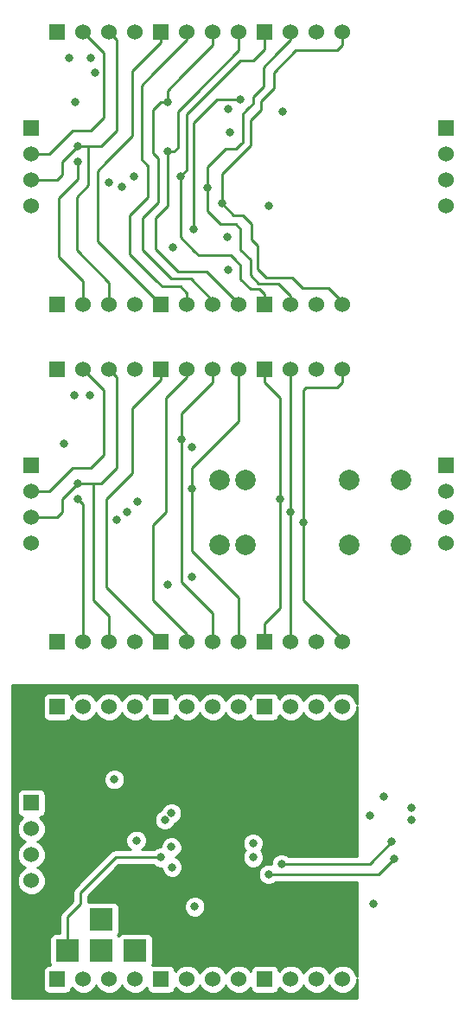
<source format=gbl>
G04 #@! TF.FileFunction,Copper,L4,Bot,Signal*
%FSLAX45Y45*%
G04 Gerber Fmt 4.5, Leading zero omitted, Abs format (unit mm)*
G04 Created by KiCad (PCBNEW (after 2015-may-25 BZR unknown)-product) date 15/07/2015 13:23:27*
%MOMM*%
G01*
G04 APERTURE LIST*
%ADD10C,0.150000*%
%ADD11R,1.524000X1.524000*%
%ADD12C,1.524000*%
%ADD13C,1.998980*%
%ADD14R,2.235200X2.235200*%
%ADD15C,0.800100*%
%ADD16C,0.254000*%
%ADD17C,0.508000*%
G04 APERTURE END LIST*
D10*
D11*
X22987000Y-5257800D03*
D12*
X22987000Y-5511800D03*
X22987000Y-5765800D03*
X22987000Y-6019800D03*
D11*
X21209000Y-4318000D03*
D12*
X21463000Y-4318000D03*
X21717000Y-4318000D03*
X21971000Y-4318000D03*
D11*
X20193000Y-4318000D03*
D12*
X20447000Y-4318000D03*
X20701000Y-4318000D03*
X20955000Y-4318000D03*
D11*
X19177000Y-4318000D03*
D12*
X19431000Y-4318000D03*
X19685000Y-4318000D03*
X19939000Y-4318000D03*
D11*
X21209000Y-6985000D03*
D12*
X21463000Y-6985000D03*
X21717000Y-6985000D03*
X21971000Y-6985000D03*
D11*
X20193000Y-6985000D03*
D12*
X20447000Y-6985000D03*
X20701000Y-6985000D03*
X20955000Y-6985000D03*
D11*
X19177000Y-6985000D03*
D12*
X19431000Y-6985000D03*
X19685000Y-6985000D03*
X19939000Y-6985000D03*
D11*
X18923000Y-5257800D03*
D12*
X18923000Y-5511800D03*
X18923000Y-5765800D03*
X18923000Y-6019800D03*
D11*
X22987000Y-8559800D03*
D12*
X22987000Y-8813800D03*
X22987000Y-9067800D03*
X22987000Y-9321800D03*
D11*
X21209000Y-7620000D03*
D12*
X21463000Y-7620000D03*
X21717000Y-7620000D03*
X21971000Y-7620000D03*
D11*
X20193000Y-7620000D03*
D12*
X20447000Y-7620000D03*
X20701000Y-7620000D03*
X20955000Y-7620000D03*
D11*
X19177000Y-7620000D03*
D12*
X19431000Y-7620000D03*
X19685000Y-7620000D03*
X19939000Y-7620000D03*
D11*
X21209000Y-10287000D03*
D12*
X21463000Y-10287000D03*
X21717000Y-10287000D03*
X21971000Y-10287000D03*
D11*
X20193000Y-10287000D03*
D12*
X20447000Y-10287000D03*
X20701000Y-10287000D03*
X20955000Y-10287000D03*
D11*
X19177000Y-10287000D03*
D12*
X19431000Y-10287000D03*
X19685000Y-10287000D03*
X19939000Y-10287000D03*
D11*
X18923000Y-8559800D03*
D12*
X18923000Y-8813800D03*
X18923000Y-9067800D03*
X18923000Y-9321800D03*
D13*
X20764500Y-8699500D03*
X21018500Y-8699500D03*
X22034500Y-8699500D03*
X22542500Y-8699500D03*
X20764500Y-9334500D03*
X21018500Y-9334500D03*
X22034500Y-9334500D03*
X22542500Y-9334500D03*
D11*
X21209000Y-10922000D03*
D12*
X21463000Y-10922000D03*
X21717000Y-10922000D03*
X21971000Y-10922000D03*
D11*
X20193000Y-10922000D03*
D12*
X20447000Y-10922000D03*
X20701000Y-10922000D03*
X20955000Y-10922000D03*
D11*
X19177000Y-10922000D03*
D12*
X19431000Y-10922000D03*
X19685000Y-10922000D03*
X19939000Y-10922000D03*
D11*
X21209000Y-13589000D03*
D12*
X21463000Y-13589000D03*
X21717000Y-13589000D03*
X21971000Y-13589000D03*
D11*
X20193000Y-13589000D03*
D12*
X20447000Y-13589000D03*
X20701000Y-13589000D03*
X20955000Y-13589000D03*
D11*
X19177000Y-13589000D03*
D12*
X19431000Y-13589000D03*
X19685000Y-13589000D03*
X19939000Y-13589000D03*
D11*
X18923000Y-11861800D03*
D12*
X18923000Y-12115800D03*
X18923000Y-12369800D03*
X18923000Y-12623800D03*
D14*
X19939000Y-13309600D03*
X19608800Y-13309600D03*
X19278600Y-13309600D03*
X19608800Y-13004800D03*
D15*
X21590000Y-9118600D03*
X19761200Y-9093200D03*
X19685000Y-5791200D03*
X20789900Y-5994400D03*
X19380200Y-8890000D03*
X19380200Y-5588000D03*
X19380200Y-8737600D03*
X19380200Y-5435600D03*
X21386800Y-5092700D03*
X20967700Y-4978400D03*
X20510500Y-6248400D03*
X21247100Y-6019800D03*
X20396200Y-8305800D03*
X20256500Y-5003800D03*
X20497800Y-8788400D03*
X20256500Y-5486400D03*
X19964400Y-8915400D03*
X21361400Y-8890000D03*
X19926300Y-5727700D03*
X20383500Y-5727700D03*
X19862800Y-9017000D03*
X21463000Y-9017000D03*
X20650200Y-5842000D03*
X19812000Y-5829300D03*
X20231100Y-12026900D03*
X20294600Y-11963400D03*
X19950950Y-12229350D03*
X22275800Y-12852400D03*
X21094700Y-12395200D03*
X21094700Y-12255500D03*
X19735800Y-11632000D03*
X20295350Y-12294350D03*
X20302050Y-12489350D03*
X22644100Y-12026900D03*
X22644100Y-11912600D03*
X22237700Y-11988800D03*
X22377400Y-11798300D03*
X19342100Y-7874000D03*
X19494500Y-7874000D03*
X20256500Y-9728200D03*
X19291300Y-4572000D03*
X20866100Y-5295900D03*
X20307300Y-6426200D03*
X20840700Y-6324600D03*
X19507200Y-4572000D03*
X19544100Y-4712900D03*
X20523200Y-12877800D03*
X19240500Y-8343900D03*
X20497800Y-9652000D03*
X20497800Y-8382000D03*
X20853400Y-5067300D03*
X20853400Y-6642100D03*
X19354800Y-5003800D03*
X22479000Y-12407900D03*
X21247100Y-12560300D03*
X22453600Y-12242800D03*
X21374100Y-12458700D03*
X20193000Y-12395200D03*
X19951700Y-12026900D03*
X20523200Y-13271500D03*
X20675600Y-13271500D03*
X20370800Y-13271500D03*
X21615400Y-11747500D03*
X21615400Y-11925300D03*
D16*
X21590000Y-9194800D02*
X21590000Y-9880600D01*
X21590000Y-9118600D02*
X21590000Y-9194800D01*
X21590000Y-9118600D02*
X21590000Y-8128000D01*
X21615400Y-7797800D02*
X21590000Y-7823200D01*
X21590000Y-7823200D02*
X21590000Y-8128000D01*
X21971000Y-10261600D02*
X21971000Y-10287000D01*
X21971000Y-7747000D02*
X21971000Y-7620000D01*
X21590000Y-9880600D02*
X21691600Y-9982200D01*
X21691600Y-9982200D02*
X21971000Y-10261600D01*
X21920200Y-7797800D02*
X21615400Y-7797800D01*
X21971000Y-7747000D02*
X21920200Y-7797800D01*
X21971000Y-6959600D02*
X21971000Y-6985000D01*
X21971000Y-6985000D02*
X21971000Y-6959600D01*
X21920200Y-4495800D02*
X21628100Y-4495800D01*
X21971000Y-4445000D02*
X21920200Y-4495800D01*
X21971000Y-4445000D02*
X21971000Y-4318000D01*
X20789900Y-5994400D02*
X20789900Y-5702300D01*
X20789900Y-5702300D02*
X21069300Y-5422900D01*
X20789900Y-5994400D02*
X20904200Y-6108700D01*
X20904200Y-6108700D02*
X20993100Y-6108700D01*
X21082000Y-6223000D02*
X21082000Y-6210300D01*
X21082000Y-6350000D02*
X21082000Y-6223000D01*
X21139150Y-6407150D02*
X21082000Y-6350000D01*
X21139150Y-6438900D02*
X21139150Y-6635750D01*
X21577300Y-6819900D02*
X21831300Y-6819900D01*
X21475700Y-6718300D02*
X21577300Y-6819900D01*
X21221700Y-6718300D02*
X21475700Y-6718300D01*
X21139150Y-6635750D02*
X21221700Y-6718300D01*
X21971000Y-6959600D02*
X21831300Y-6819900D01*
X21139150Y-6438900D02*
X21139150Y-6407150D01*
X21056600Y-6172200D02*
X21069300Y-6184900D01*
X20993100Y-6108700D02*
X21056600Y-6172200D01*
X21069300Y-6184900D02*
X21082000Y-6197600D01*
X21069300Y-6184900D02*
X21056600Y-6172200D01*
X21082000Y-6197600D02*
X21069300Y-6184900D01*
X21082000Y-6223000D02*
X21082000Y-6197600D01*
X21513800Y-4495800D02*
X21297900Y-4711700D01*
X21297900Y-4711700D02*
X21297900Y-4864100D01*
X21170900Y-5080000D02*
X21139150Y-5111750D01*
X21628100Y-4495800D02*
X21513800Y-4495800D01*
X21069300Y-5410200D02*
X21069300Y-5422900D01*
X21069300Y-5422900D02*
X21069300Y-5410200D01*
X21069300Y-5181600D02*
X21069300Y-5422900D01*
X21139150Y-5111750D02*
X21069300Y-5181600D01*
X21170900Y-5067300D02*
X21170900Y-5080000D01*
X21170900Y-5080000D02*
X21170900Y-5067300D01*
X21170900Y-4991100D02*
X21170900Y-5080000D01*
X21297900Y-4864100D02*
X21170900Y-4991100D01*
X19634200Y-8204200D02*
X19634200Y-7823200D01*
X19634200Y-8458200D02*
X19634200Y-8204200D01*
X19431000Y-10287000D02*
X19431000Y-8940800D01*
X19431000Y-8940800D02*
X19380200Y-8890000D01*
X19126200Y-8788400D02*
X19100800Y-8813800D01*
X19507200Y-8585200D02*
X19634200Y-8458200D01*
X19329400Y-8585200D02*
X19507200Y-8585200D01*
X19329400Y-8585200D02*
X19126200Y-8788400D01*
X19634200Y-7823200D02*
X19431000Y-7620000D01*
X19100800Y-8813800D02*
X18923000Y-8813800D01*
X19634200Y-5156200D02*
X19634200Y-4902200D01*
X19100800Y-5511800D02*
X18923000Y-5511800D01*
X19329400Y-5283200D02*
X19507200Y-5283200D01*
X19329400Y-5283200D02*
X19126200Y-5486400D01*
X19532600Y-4419600D02*
X19431000Y-4318000D01*
X19126200Y-5486400D02*
X19100800Y-5511800D01*
X19507200Y-5283200D02*
X19634200Y-5156200D01*
X19431000Y-6756400D02*
X19189700Y-6515100D01*
X19189700Y-6515100D02*
X19189700Y-5943600D01*
X19189700Y-5943600D02*
X19380200Y-5753100D01*
X19380200Y-5753100D02*
X19380200Y-5588000D01*
X19431000Y-6985000D02*
X19431000Y-6756400D01*
X19634200Y-4521200D02*
X19532600Y-4419600D01*
X19634200Y-4902200D02*
X19634200Y-4521200D01*
X19761200Y-8585200D02*
X19608800Y-8737600D01*
X19608800Y-8737600D02*
X19558000Y-8737600D01*
X19532600Y-8890000D02*
X19532600Y-8737600D01*
X19532600Y-8737600D02*
X19558000Y-8737600D01*
X19685000Y-10033000D02*
X19532600Y-9880600D01*
X19532600Y-9880600D02*
X19532600Y-8890000D01*
X19761200Y-8153400D02*
X19761200Y-7696200D01*
X19761200Y-8153400D02*
X19761200Y-8585200D01*
X19761200Y-7696200D02*
X19685000Y-7620000D01*
X19558000Y-8737600D02*
X19380200Y-8737600D01*
X19380200Y-8737600D02*
X19380200Y-8737600D01*
X19380200Y-8737600D02*
X19227800Y-8890000D01*
X19227800Y-8890000D02*
X19227800Y-9017000D01*
X19227800Y-9017000D02*
X19177000Y-9067800D01*
X19177000Y-9067800D02*
X18923000Y-9067800D01*
X19380200Y-8737600D02*
X19380200Y-8737600D01*
X19685000Y-10287000D02*
X19685000Y-10033000D01*
X19227800Y-5715000D02*
X19177000Y-5765800D01*
X19177000Y-5765800D02*
X18923000Y-5765800D01*
X19227800Y-5588000D02*
X19227800Y-5715000D01*
X19380200Y-5435600D02*
X19380200Y-5435600D01*
X19380200Y-5435600D02*
X19227800Y-5588000D01*
X19380200Y-5435600D02*
X19380200Y-5435600D01*
X19481800Y-5435600D02*
X19380200Y-5435600D01*
X19558000Y-5435600D02*
X19481800Y-5435600D01*
X19761200Y-4851400D02*
X19761200Y-5283200D01*
X19608800Y-5435600D02*
X19558000Y-5435600D01*
X19761200Y-5283200D02*
X19608800Y-5435600D01*
X19761200Y-4851400D02*
X19761200Y-4851400D01*
X19532600Y-5435600D02*
X19558000Y-5435600D01*
X19367500Y-6451600D02*
X19367500Y-5930900D01*
X19685000Y-6769100D02*
X19367500Y-6451600D01*
X19685000Y-6985000D02*
X19685000Y-6769100D01*
X19481800Y-5816600D02*
X19367500Y-5930900D01*
X19481800Y-5435600D02*
X19481800Y-5816600D01*
X19761200Y-4394200D02*
X19685000Y-4318000D01*
X19761200Y-4851400D02*
X19761200Y-4394200D01*
X20726400Y-4991100D02*
X20510500Y-5207000D01*
X20510500Y-6248400D02*
X20510500Y-5207000D01*
X20739100Y-4978400D02*
X20726400Y-4991100D01*
X20967700Y-4978400D02*
X20739100Y-4978400D01*
X19913600Y-8001000D02*
X19913600Y-8636000D01*
X19913600Y-8636000D02*
X19659600Y-8890000D01*
X19659600Y-8890000D02*
X19659600Y-9753600D01*
X20193000Y-7721600D02*
X19913600Y-8001000D01*
X19659600Y-9753600D02*
X20193000Y-10287000D01*
X20193000Y-7620000D02*
X20193000Y-7721600D01*
X20193000Y-4419600D02*
X19913600Y-4699000D01*
X19659600Y-6451600D02*
X20193000Y-6985000D01*
X19913600Y-4699000D02*
X19913600Y-5334000D01*
X20193000Y-4318000D02*
X20193000Y-4419600D01*
X19913600Y-5334000D02*
X19659600Y-5588000D01*
X19570700Y-5676900D02*
X19570700Y-6362700D01*
X19570700Y-6362700D02*
X19659600Y-6451600D01*
X19659600Y-5588000D02*
X19570700Y-5676900D01*
X20243800Y-9017000D02*
X20243800Y-7899400D01*
X20116800Y-9880600D02*
X20116800Y-9144000D01*
X20447000Y-10210800D02*
X20116800Y-9880600D01*
X20116800Y-9144000D02*
X20243800Y-9017000D01*
X20243800Y-7899400D02*
X20447000Y-7696200D01*
X20447000Y-7696200D02*
X20447000Y-7620000D01*
X20447000Y-10287000D02*
X20447000Y-10210800D01*
X20447000Y-4394200D02*
X20447000Y-4318000D01*
X20447000Y-6985000D02*
X20447000Y-6908800D01*
X20243800Y-4597400D02*
X20447000Y-4394200D01*
X20116800Y-4724400D02*
X20243800Y-4597400D01*
X20066000Y-5626100D02*
X20002500Y-5562600D01*
X20002500Y-5562600D02*
X20002500Y-4838700D01*
X20002500Y-4838700D02*
X20116800Y-4724400D01*
X19888200Y-6489700D02*
X20142200Y-6743700D01*
X19888200Y-6108700D02*
X19888200Y-6489700D01*
X20053300Y-5943600D02*
X19888200Y-6108700D01*
X20066000Y-5930900D02*
X20053300Y-5943600D01*
X20066000Y-5626100D02*
X20066000Y-5930900D01*
X20447000Y-6870700D02*
X20383500Y-6807200D01*
X20383500Y-6807200D02*
X20205700Y-6807200D01*
X20205700Y-6807200D02*
X20142200Y-6743700D01*
X20447000Y-6985000D02*
X20447000Y-6870700D01*
X20396200Y-9702800D02*
X20396200Y-8305800D01*
X20396200Y-8051800D02*
X20701000Y-7747000D01*
X20701000Y-7747000D02*
X20701000Y-7620000D01*
X20701000Y-10007600D02*
X20396200Y-9702800D01*
X20396200Y-8305800D02*
X20396200Y-8051800D01*
X20701000Y-10287000D02*
X20701000Y-10007600D01*
X20193000Y-5003800D02*
X20256500Y-5003800D01*
X20116800Y-5080000D02*
X20193000Y-5003800D01*
X20116800Y-5499100D02*
X20116800Y-5080000D01*
X20167600Y-5549900D02*
X20116800Y-5499100D01*
X20396200Y-4749800D02*
X20701000Y-4445000D01*
X20701000Y-4318000D02*
X20701000Y-4445000D01*
X20256500Y-4889500D02*
X20256500Y-5003800D01*
X20396200Y-4749800D02*
X20256500Y-4889500D01*
X20218400Y-6654800D02*
X20015200Y-6451600D01*
X20015200Y-6451600D02*
X20015200Y-6134100D01*
X20015200Y-6134100D02*
X20167600Y-5981700D01*
X20167600Y-5981700D02*
X20167600Y-5549900D01*
X20701000Y-6946900D02*
X20701000Y-6985000D01*
X20294600Y-6731000D02*
X20485100Y-6731000D01*
X20485100Y-6731000D02*
X20701000Y-6946900D01*
X20218400Y-6654800D02*
X20294600Y-6731000D01*
X20497800Y-8585200D02*
X20955000Y-8128000D01*
X20955000Y-9855200D02*
X20955000Y-10287000D01*
X20497800Y-9398000D02*
X20955000Y-9855200D01*
X20955000Y-8128000D02*
X20955000Y-7620000D01*
X20497800Y-8788400D02*
X20497800Y-9398000D01*
X20497800Y-8788400D02*
X20497800Y-8585200D01*
X20497800Y-8788400D02*
X20497800Y-8788400D01*
X20955000Y-6985000D02*
X20955000Y-6972300D01*
X20510500Y-4940300D02*
X20497800Y-4953000D01*
X20955000Y-4495800D02*
X20510500Y-4940300D01*
X20955000Y-4318000D02*
X20955000Y-4495800D01*
X20358100Y-5448300D02*
X20320000Y-5486400D01*
X20320000Y-5486400D02*
X20256500Y-5486400D01*
X20358100Y-5397500D02*
X20358100Y-5092700D01*
X20510500Y-4940300D02*
X20358100Y-5092700D01*
X20358100Y-5397500D02*
X20358100Y-5448300D01*
X20256500Y-5486400D02*
X20256500Y-6019800D01*
X20142200Y-6134100D02*
X20256500Y-6019800D01*
X20142200Y-6438900D02*
X20364450Y-6661150D01*
X20364450Y-6661150D02*
X20358100Y-6654800D01*
X20142200Y-6134100D02*
X20142200Y-6438900D01*
X20643850Y-6661150D02*
X20955000Y-6972300D01*
X20364450Y-6661150D02*
X20643850Y-6661150D01*
X21361400Y-9956800D02*
X21361400Y-8890000D01*
X21209000Y-7620000D02*
X21209000Y-7747000D01*
X21361400Y-7899400D02*
X21361400Y-8890000D01*
X21209000Y-10287000D02*
X21209000Y-10109200D01*
X21209000Y-10109200D02*
X21361400Y-9956800D01*
X21209000Y-7747000D02*
X21361400Y-7899400D01*
X21209000Y-4318000D02*
X21209000Y-4483100D01*
X21209000Y-6985000D02*
X21209000Y-6883400D01*
X20383500Y-5727700D02*
X20447000Y-5664200D01*
X20447000Y-5664200D02*
X20447000Y-5118100D01*
X20447000Y-5118100D02*
X20967700Y-4597400D01*
X20967700Y-4597400D02*
X21094700Y-4597400D01*
X21094700Y-4597400D02*
X21209000Y-4483100D01*
X20383500Y-6324600D02*
X20523200Y-6464300D01*
X20383500Y-5727700D02*
X20383500Y-6324600D01*
X20916900Y-6540500D02*
X20974050Y-6597650D01*
X20878800Y-6502400D02*
X20681950Y-6502400D01*
X20916900Y-6540500D02*
X20878800Y-6502400D01*
X20561300Y-6502400D02*
X20523200Y-6464300D01*
X20681950Y-6502400D02*
X20561300Y-6502400D01*
X20974050Y-6737350D02*
X21069300Y-6832600D01*
X21069300Y-6832600D02*
X21158200Y-6832600D01*
X21158200Y-6832600D02*
X21209000Y-6883400D01*
X20974050Y-6597650D02*
X20974050Y-6737350D01*
X21463000Y-10109200D02*
X21463000Y-9017000D01*
X21463000Y-8788400D02*
X21463000Y-9017000D01*
X21463000Y-8305800D02*
X21463000Y-8788400D01*
X21463000Y-7620000D02*
X21463000Y-8305800D01*
X21463000Y-10134600D02*
X21463000Y-10109200D01*
X21463000Y-10287000D02*
X21463000Y-10134600D01*
X21463000Y-4394200D02*
X21329650Y-4527550D01*
X21463000Y-4318000D02*
X21463000Y-4394200D01*
X20974050Y-6242050D02*
X20929600Y-6197600D01*
X20650200Y-5842000D02*
X20650200Y-6070600D01*
X20777200Y-6197600D02*
X20929600Y-6197600D01*
X20650200Y-6070600D02*
X20777200Y-6197600D01*
X20929600Y-5461000D02*
X20980400Y-5410200D01*
X20828000Y-5461000D02*
X20929600Y-5461000D01*
X20650200Y-5638800D02*
X20828000Y-5461000D01*
X20650200Y-5842000D02*
X20650200Y-5638800D01*
X21069300Y-6692900D02*
X21069300Y-6540500D01*
X21151850Y-6775450D02*
X21069300Y-6692900D01*
X21463000Y-6896100D02*
X21463000Y-6985000D01*
X21342350Y-6775450D02*
X21463000Y-6896100D01*
X21342350Y-6775450D02*
X21151850Y-6775450D01*
X20974050Y-6445250D02*
X21069300Y-6540500D01*
X20974050Y-6242050D02*
X20974050Y-6445250D01*
X21196300Y-4660900D02*
X21196300Y-4851400D01*
X21056600Y-5054600D02*
X21031200Y-5080000D01*
X21329650Y-4527550D02*
X21196300Y-4660900D01*
X20993100Y-5118100D02*
X20993100Y-5397500D01*
X20993100Y-5397500D02*
X20980400Y-5410200D01*
X21031200Y-5080000D02*
X20993100Y-5118100D01*
X21094700Y-4953000D02*
X21094700Y-5016500D01*
X21094700Y-5016500D02*
X21056600Y-5054600D01*
X21196300Y-4851400D02*
X21094700Y-4953000D01*
X19950950Y-12229350D02*
X19951700Y-12230100D01*
D17*
X19735800Y-11632000D02*
X19735800Y-11633200D01*
D16*
X20295350Y-12294350D02*
X20294600Y-12293600D01*
X20302050Y-12489350D02*
X20307300Y-12484100D01*
X19544100Y-4712900D02*
X19545300Y-4711700D01*
X22479000Y-12407900D02*
X22326600Y-12560300D01*
X22326600Y-12560300D02*
X21247100Y-12560300D01*
X22453600Y-12242800D02*
X22237700Y-12458700D01*
X22237700Y-12458700D02*
X21374100Y-12458700D01*
X21971000Y-13563600D02*
X21971000Y-13589000D01*
X19278600Y-13309600D02*
X19278600Y-12979400D01*
X19748500Y-12395200D02*
X20193000Y-12395200D01*
X19405600Y-12738100D02*
X19748500Y-12395200D01*
X19405600Y-12852400D02*
X19405600Y-12738100D01*
X19278600Y-12979400D02*
X19405600Y-12852400D01*
G36*
X22110700Y-13774547D02*
X18737453Y-13774547D01*
X18737453Y-10711053D01*
X19380200Y-10711053D01*
X22110700Y-10711053D01*
X22110700Y-10894275D01*
X22089501Y-10842970D01*
X22050237Y-10803637D01*
X21998910Y-10782324D01*
X21943334Y-10782276D01*
X21891970Y-10803499D01*
X21852637Y-10842763D01*
X21844005Y-10863551D01*
X21835501Y-10842970D01*
X21796237Y-10803637D01*
X21744910Y-10782324D01*
X21689334Y-10782276D01*
X21637970Y-10803499D01*
X21598637Y-10842763D01*
X21590005Y-10863551D01*
X21581501Y-10842970D01*
X21542237Y-10803637D01*
X21490910Y-10782324D01*
X21435334Y-10782276D01*
X21383970Y-10803499D01*
X21348589Y-10838818D01*
X21345246Y-10821588D01*
X21331267Y-10800307D01*
X21310164Y-10786062D01*
X21285200Y-10781056D01*
X21132800Y-10781056D01*
X21108588Y-10785754D01*
X21087307Y-10799733D01*
X21073062Y-10820836D01*
X21069440Y-10838901D01*
X21034237Y-10803637D01*
X20982910Y-10782324D01*
X20927334Y-10782276D01*
X20875970Y-10803499D01*
X20836637Y-10842763D01*
X20828005Y-10863551D01*
X20819501Y-10842970D01*
X20780237Y-10803637D01*
X20728910Y-10782324D01*
X20673334Y-10782276D01*
X20621970Y-10803499D01*
X20582637Y-10842763D01*
X20574005Y-10863551D01*
X20565501Y-10842970D01*
X20526237Y-10803637D01*
X20474910Y-10782324D01*
X20419334Y-10782276D01*
X20367970Y-10803499D01*
X20332589Y-10838818D01*
X20329246Y-10821588D01*
X20315267Y-10800307D01*
X20294164Y-10786062D01*
X20269200Y-10781056D01*
X20116800Y-10781056D01*
X20092588Y-10785754D01*
X20071307Y-10799733D01*
X20057062Y-10820836D01*
X20053440Y-10838901D01*
X20018237Y-10803637D01*
X19966910Y-10782324D01*
X19911334Y-10782276D01*
X19859970Y-10803499D01*
X19820637Y-10842763D01*
X19812005Y-10863551D01*
X19803501Y-10842970D01*
X19764237Y-10803637D01*
X19712910Y-10782324D01*
X19657334Y-10782276D01*
X19605970Y-10803499D01*
X19566637Y-10842763D01*
X19558005Y-10863551D01*
X19549501Y-10842970D01*
X19510237Y-10803637D01*
X19458910Y-10782324D01*
X19403334Y-10782276D01*
X19351970Y-10803499D01*
X19316589Y-10838818D01*
X19313246Y-10821588D01*
X19299267Y-10800307D01*
X19278164Y-10786062D01*
X19253200Y-10781056D01*
X19100800Y-10781056D01*
X19076588Y-10785754D01*
X19055307Y-10799733D01*
X19041062Y-10820836D01*
X19036056Y-10845800D01*
X19036056Y-10998200D01*
X19040754Y-11022412D01*
X19054733Y-11043693D01*
X19075836Y-11057938D01*
X19100800Y-11062944D01*
X19253200Y-11062944D01*
X19277412Y-11058246D01*
X19298693Y-11044267D01*
X19312938Y-11023164D01*
X19316560Y-11005099D01*
X19351763Y-11040363D01*
X19403090Y-11061676D01*
X19458666Y-11061724D01*
X19510030Y-11040501D01*
X19549363Y-11001237D01*
X19557995Y-10980449D01*
X19566499Y-11001030D01*
X19605763Y-11040363D01*
X19657090Y-11061676D01*
X19712666Y-11061724D01*
X19764030Y-11040501D01*
X19803363Y-11001237D01*
X19811995Y-10980449D01*
X19820499Y-11001030D01*
X19859763Y-11040363D01*
X19911090Y-11061676D01*
X19966666Y-11061724D01*
X20018030Y-11040501D01*
X20053411Y-11005182D01*
X20056754Y-11022412D01*
X20070733Y-11043693D01*
X20091836Y-11057938D01*
X20116800Y-11062944D01*
X20269200Y-11062944D01*
X20293412Y-11058246D01*
X20314693Y-11044267D01*
X20328938Y-11023164D01*
X20332560Y-11005099D01*
X20367763Y-11040363D01*
X20419090Y-11061676D01*
X20474666Y-11061724D01*
X20526030Y-11040501D01*
X20565363Y-11001237D01*
X20573995Y-10980449D01*
X20582499Y-11001030D01*
X20621763Y-11040363D01*
X20673090Y-11061676D01*
X20728666Y-11061724D01*
X20780030Y-11040501D01*
X20819363Y-11001237D01*
X20827995Y-10980449D01*
X20836499Y-11001030D01*
X20875763Y-11040363D01*
X20927090Y-11061676D01*
X20982666Y-11061724D01*
X21034030Y-11040501D01*
X21069411Y-11005182D01*
X21072754Y-11022412D01*
X21086733Y-11043693D01*
X21107836Y-11057938D01*
X21132800Y-11062944D01*
X21285200Y-11062944D01*
X21309412Y-11058246D01*
X21330693Y-11044267D01*
X21344938Y-11023164D01*
X21348560Y-11005099D01*
X21383763Y-11040363D01*
X21435090Y-11061676D01*
X21490666Y-11061724D01*
X21542030Y-11040501D01*
X21581363Y-11001237D01*
X21589995Y-10980449D01*
X21598499Y-11001030D01*
X21637763Y-11040363D01*
X21689090Y-11061676D01*
X21744666Y-11061724D01*
X21796030Y-11040501D01*
X21835363Y-11001237D01*
X21843995Y-10980449D01*
X21852499Y-11001030D01*
X21891763Y-11040363D01*
X21943090Y-11061676D01*
X21998666Y-11061724D01*
X22050030Y-11040501D01*
X22089363Y-11001237D01*
X22110676Y-10949910D01*
X22110700Y-10922065D01*
X22110700Y-12382500D01*
X21444283Y-12382500D01*
X21432807Y-12371004D01*
X21394779Y-12355213D01*
X21353602Y-12355177D01*
X21315546Y-12370902D01*
X21286404Y-12399993D01*
X21270613Y-12438021D01*
X21270596Y-12457983D01*
X21267779Y-12456813D01*
X21226602Y-12456777D01*
X21198223Y-12468503D01*
X21198223Y-12374702D01*
X21182498Y-12336646D01*
X21171228Y-12325356D01*
X21182396Y-12314207D01*
X21198187Y-12276179D01*
X21198223Y-12235002D01*
X21182498Y-12196946D01*
X21153407Y-12167804D01*
X21115379Y-12152013D01*
X21074202Y-12151977D01*
X21036146Y-12167702D01*
X21007004Y-12196793D01*
X20991213Y-12234821D01*
X20991177Y-12275998D01*
X21006902Y-12314054D01*
X21018172Y-12325344D01*
X21007004Y-12336493D01*
X20991213Y-12374521D01*
X20991177Y-12415698D01*
X21006902Y-12453754D01*
X21035993Y-12482896D01*
X21074021Y-12498687D01*
X21115198Y-12498723D01*
X21153254Y-12482998D01*
X21182396Y-12453907D01*
X21198187Y-12415879D01*
X21198223Y-12374702D01*
X21198223Y-12468503D01*
X21188546Y-12472502D01*
X21159404Y-12501593D01*
X21143613Y-12539621D01*
X21143577Y-12580798D01*
X21159302Y-12618854D01*
X21188393Y-12647996D01*
X21226421Y-12663787D01*
X21267598Y-12663823D01*
X21305654Y-12648098D01*
X21317273Y-12636500D01*
X22110700Y-12636500D01*
X22110700Y-13561275D01*
X22089501Y-13509970D01*
X22050237Y-13470637D01*
X21998910Y-13449324D01*
X21943334Y-13449276D01*
X21891970Y-13470499D01*
X21852637Y-13509763D01*
X21844005Y-13530551D01*
X21835501Y-13509970D01*
X21796237Y-13470637D01*
X21744910Y-13449324D01*
X21689334Y-13449276D01*
X21637970Y-13470499D01*
X21598637Y-13509763D01*
X21590005Y-13530551D01*
X21581501Y-13509970D01*
X21542237Y-13470637D01*
X21490910Y-13449324D01*
X21435334Y-13449276D01*
X21383970Y-13470499D01*
X21348589Y-13505818D01*
X21345246Y-13488588D01*
X21331267Y-13467307D01*
X21310164Y-13453062D01*
X21285200Y-13448056D01*
X21132800Y-13448056D01*
X21108588Y-13452754D01*
X21087307Y-13466733D01*
X21073062Y-13487836D01*
X21069440Y-13505901D01*
X21034237Y-13470637D01*
X20982910Y-13449324D01*
X20927334Y-13449276D01*
X20875970Y-13470499D01*
X20836637Y-13509763D01*
X20828005Y-13530551D01*
X20819501Y-13509970D01*
X20780237Y-13470637D01*
X20728910Y-13449324D01*
X20673334Y-13449276D01*
X20626723Y-13468535D01*
X20626723Y-12857302D01*
X20610998Y-12819246D01*
X20581907Y-12790104D01*
X20543879Y-12774313D01*
X20502702Y-12774277D01*
X20464646Y-12790002D01*
X20435504Y-12819093D01*
X20419713Y-12857121D01*
X20419677Y-12898298D01*
X20435402Y-12936354D01*
X20464493Y-12965496D01*
X20502521Y-12981287D01*
X20543698Y-12981323D01*
X20581754Y-12965598D01*
X20610896Y-12936507D01*
X20626687Y-12898479D01*
X20626723Y-12857302D01*
X20626723Y-13468535D01*
X20621970Y-13470499D01*
X20582637Y-13509763D01*
X20574005Y-13530551D01*
X20565501Y-13509970D01*
X20526237Y-13470637D01*
X20474910Y-13449324D01*
X20419334Y-13449276D01*
X20367970Y-13470499D01*
X20332589Y-13505818D01*
X20329246Y-13488588D01*
X20315267Y-13467307D01*
X20294164Y-13453062D01*
X20269200Y-13448056D01*
X20116800Y-13448056D01*
X20108203Y-13449724D01*
X20110498Y-13446324D01*
X20115504Y-13421360D01*
X20115504Y-13197840D01*
X20110806Y-13173628D01*
X20096827Y-13152347D01*
X20075724Y-13138102D01*
X20050760Y-13133096D01*
X19827240Y-13133096D01*
X19803028Y-13137794D01*
X19781747Y-13151773D01*
X19773893Y-13163408D01*
X19769766Y-13157126D01*
X19780298Y-13141524D01*
X19785304Y-13116560D01*
X19785304Y-12893040D01*
X19780606Y-12868828D01*
X19766627Y-12847547D01*
X19745524Y-12833302D01*
X19720560Y-12828296D01*
X19497040Y-12828296D01*
X19481800Y-12831253D01*
X19481800Y-12769663D01*
X19780063Y-12471400D01*
X20122817Y-12471400D01*
X20134293Y-12482896D01*
X20172321Y-12498687D01*
X20198537Y-12498710D01*
X20198527Y-12509848D01*
X20214252Y-12547904D01*
X20243343Y-12577046D01*
X20281371Y-12592837D01*
X20322548Y-12592873D01*
X20360604Y-12577148D01*
X20389746Y-12548057D01*
X20405537Y-12510029D01*
X20405573Y-12468852D01*
X20389848Y-12430796D01*
X20360757Y-12401654D01*
X20333794Y-12390458D01*
X20353904Y-12382148D01*
X20383046Y-12353057D01*
X20398837Y-12315029D01*
X20398873Y-12273852D01*
X20398123Y-12272037D01*
X20398123Y-11942902D01*
X20382398Y-11904846D01*
X20353307Y-11875704D01*
X20315279Y-11859913D01*
X20274102Y-11859877D01*
X20236046Y-11875602D01*
X20206904Y-11904693D01*
X20196773Y-11929091D01*
X20172546Y-11939102D01*
X20143404Y-11968193D01*
X20127613Y-12006221D01*
X20127577Y-12047398D01*
X20143302Y-12085454D01*
X20172393Y-12114596D01*
X20210421Y-12130387D01*
X20251598Y-12130423D01*
X20289654Y-12114698D01*
X20318796Y-12085607D01*
X20328927Y-12061209D01*
X20353154Y-12051198D01*
X20382296Y-12022107D01*
X20398087Y-11984079D01*
X20398123Y-11942902D01*
X20398123Y-12272037D01*
X20383148Y-12235796D01*
X20354057Y-12206654D01*
X20316029Y-12190863D01*
X20274852Y-12190827D01*
X20236796Y-12206552D01*
X20207654Y-12235643D01*
X20191863Y-12273671D01*
X20191847Y-12291694D01*
X20172502Y-12291677D01*
X20134446Y-12307402D01*
X20122827Y-12319000D01*
X20005023Y-12319000D01*
X20009504Y-12317148D01*
X20038646Y-12288057D01*
X20054437Y-12250029D01*
X20054473Y-12208852D01*
X20038748Y-12170796D01*
X20009657Y-12141654D01*
X19971629Y-12125863D01*
X19930452Y-12125827D01*
X19892396Y-12141552D01*
X19863254Y-12170643D01*
X19847463Y-12208671D01*
X19847427Y-12249848D01*
X19863152Y-12287904D01*
X19892243Y-12317046D01*
X19896948Y-12319000D01*
X19839323Y-12319000D01*
X19839323Y-11611502D01*
X19823598Y-11573446D01*
X19794507Y-11544304D01*
X19756479Y-11528513D01*
X19715302Y-11528477D01*
X19677246Y-11544202D01*
X19648104Y-11573293D01*
X19632313Y-11611321D01*
X19632277Y-11652498D01*
X19648002Y-11690554D01*
X19677093Y-11719696D01*
X19715121Y-11735487D01*
X19756298Y-11735523D01*
X19794354Y-11719798D01*
X19823496Y-11690707D01*
X19839287Y-11652679D01*
X19839323Y-11611502D01*
X19839323Y-12319000D01*
X19748500Y-12319000D01*
X19719340Y-12324800D01*
X19694618Y-12341318D01*
X19351719Y-12684218D01*
X19335200Y-12708939D01*
X19329400Y-12738100D01*
X19329400Y-12820837D01*
X19224719Y-12925518D01*
X19208200Y-12950239D01*
X19202400Y-12979400D01*
X19202400Y-13133096D01*
X19166840Y-13133096D01*
X19142628Y-13137794D01*
X19121347Y-13151773D01*
X19107102Y-13172876D01*
X19102096Y-13197840D01*
X19102096Y-13421360D01*
X19106794Y-13445572D01*
X19108425Y-13448056D01*
X19100800Y-13448056D01*
X19076588Y-13452754D01*
X19063944Y-13461059D01*
X19063944Y-11938000D01*
X19063944Y-11785600D01*
X19059246Y-11761388D01*
X19045267Y-11740107D01*
X19024164Y-11725862D01*
X18999200Y-11720856D01*
X18846800Y-11720856D01*
X18822588Y-11725554D01*
X18801307Y-11739533D01*
X18787062Y-11760636D01*
X18782056Y-11785600D01*
X18782056Y-11938000D01*
X18786754Y-11962212D01*
X18800733Y-11983493D01*
X18821836Y-11997738D01*
X18839901Y-12001360D01*
X18804637Y-12036563D01*
X18783324Y-12087890D01*
X18783276Y-12143466D01*
X18804499Y-12194830D01*
X18843763Y-12234163D01*
X18864551Y-12242795D01*
X18843970Y-12251299D01*
X18804637Y-12290563D01*
X18783324Y-12341890D01*
X18783276Y-12397466D01*
X18804499Y-12448830D01*
X18843763Y-12488163D01*
X18864551Y-12496795D01*
X18843970Y-12505299D01*
X18804637Y-12544563D01*
X18783324Y-12595890D01*
X18783276Y-12651466D01*
X18804499Y-12702830D01*
X18843763Y-12742163D01*
X18895090Y-12763476D01*
X18950666Y-12763524D01*
X19002030Y-12742301D01*
X19041363Y-12703037D01*
X19062676Y-12651710D01*
X19062724Y-12596134D01*
X19041501Y-12544770D01*
X19002237Y-12505437D01*
X18981449Y-12496805D01*
X19002030Y-12488301D01*
X19041363Y-12449037D01*
X19062676Y-12397710D01*
X19062724Y-12342134D01*
X19041501Y-12290770D01*
X19002237Y-12251437D01*
X18981449Y-12242805D01*
X19002030Y-12234301D01*
X19041363Y-12195037D01*
X19062676Y-12143710D01*
X19062724Y-12088134D01*
X19041501Y-12036770D01*
X19006182Y-12001389D01*
X19023412Y-11998046D01*
X19044693Y-11984067D01*
X19058938Y-11962964D01*
X19063944Y-11938000D01*
X19063944Y-13461059D01*
X19055307Y-13466733D01*
X19041062Y-13487836D01*
X19036056Y-13512800D01*
X19036056Y-13665200D01*
X19040754Y-13689412D01*
X19054733Y-13710693D01*
X19075836Y-13724938D01*
X19100800Y-13729944D01*
X19253200Y-13729944D01*
X19277412Y-13725246D01*
X19298693Y-13711267D01*
X19312938Y-13690164D01*
X19316560Y-13672099D01*
X19351763Y-13707363D01*
X19403090Y-13728676D01*
X19458666Y-13728724D01*
X19510030Y-13707501D01*
X19549363Y-13668237D01*
X19557995Y-13647449D01*
X19566499Y-13668030D01*
X19605763Y-13707363D01*
X19657090Y-13728676D01*
X19712666Y-13728724D01*
X19764030Y-13707501D01*
X19803363Y-13668237D01*
X19811995Y-13647449D01*
X19820499Y-13668030D01*
X19859763Y-13707363D01*
X19911090Y-13728676D01*
X19966666Y-13728724D01*
X20018030Y-13707501D01*
X20053411Y-13672182D01*
X20056754Y-13689412D01*
X20070733Y-13710693D01*
X20091836Y-13724938D01*
X20116800Y-13729944D01*
X20269200Y-13729944D01*
X20293412Y-13725246D01*
X20314693Y-13711267D01*
X20328938Y-13690164D01*
X20332560Y-13672099D01*
X20367763Y-13707363D01*
X20419090Y-13728676D01*
X20474666Y-13728724D01*
X20526030Y-13707501D01*
X20565363Y-13668237D01*
X20573995Y-13647449D01*
X20582499Y-13668030D01*
X20621763Y-13707363D01*
X20673090Y-13728676D01*
X20728666Y-13728724D01*
X20780030Y-13707501D01*
X20819363Y-13668237D01*
X20827995Y-13647449D01*
X20836499Y-13668030D01*
X20875763Y-13707363D01*
X20927090Y-13728676D01*
X20982666Y-13728724D01*
X21034030Y-13707501D01*
X21069411Y-13672182D01*
X21072754Y-13689412D01*
X21086733Y-13710693D01*
X21107836Y-13724938D01*
X21132800Y-13729944D01*
X21285200Y-13729944D01*
X21309412Y-13725246D01*
X21330693Y-13711267D01*
X21344938Y-13690164D01*
X21348560Y-13672099D01*
X21383763Y-13707363D01*
X21435090Y-13728676D01*
X21490666Y-13728724D01*
X21542030Y-13707501D01*
X21581363Y-13668237D01*
X21589995Y-13647449D01*
X21598499Y-13668030D01*
X21637763Y-13707363D01*
X21689090Y-13728676D01*
X21744666Y-13728724D01*
X21796030Y-13707501D01*
X21835363Y-13668237D01*
X21843995Y-13647449D01*
X21852499Y-13668030D01*
X21891763Y-13707363D01*
X21943090Y-13728676D01*
X21998666Y-13728724D01*
X22050030Y-13707501D01*
X22089363Y-13668237D01*
X22110676Y-13616910D01*
X22110700Y-13589065D01*
X22110700Y-13774547D01*
X22110700Y-13774547D01*
G37*
X22110700Y-13774547D02*
X18737453Y-13774547D01*
X18737453Y-10711053D01*
X19380200Y-10711053D01*
X22110700Y-10711053D01*
X22110700Y-10894275D01*
X22089501Y-10842970D01*
X22050237Y-10803637D01*
X21998910Y-10782324D01*
X21943334Y-10782276D01*
X21891970Y-10803499D01*
X21852637Y-10842763D01*
X21844005Y-10863551D01*
X21835501Y-10842970D01*
X21796237Y-10803637D01*
X21744910Y-10782324D01*
X21689334Y-10782276D01*
X21637970Y-10803499D01*
X21598637Y-10842763D01*
X21590005Y-10863551D01*
X21581501Y-10842970D01*
X21542237Y-10803637D01*
X21490910Y-10782324D01*
X21435334Y-10782276D01*
X21383970Y-10803499D01*
X21348589Y-10838818D01*
X21345246Y-10821588D01*
X21331267Y-10800307D01*
X21310164Y-10786062D01*
X21285200Y-10781056D01*
X21132800Y-10781056D01*
X21108588Y-10785754D01*
X21087307Y-10799733D01*
X21073062Y-10820836D01*
X21069440Y-10838901D01*
X21034237Y-10803637D01*
X20982910Y-10782324D01*
X20927334Y-10782276D01*
X20875970Y-10803499D01*
X20836637Y-10842763D01*
X20828005Y-10863551D01*
X20819501Y-10842970D01*
X20780237Y-10803637D01*
X20728910Y-10782324D01*
X20673334Y-10782276D01*
X20621970Y-10803499D01*
X20582637Y-10842763D01*
X20574005Y-10863551D01*
X20565501Y-10842970D01*
X20526237Y-10803637D01*
X20474910Y-10782324D01*
X20419334Y-10782276D01*
X20367970Y-10803499D01*
X20332589Y-10838818D01*
X20329246Y-10821588D01*
X20315267Y-10800307D01*
X20294164Y-10786062D01*
X20269200Y-10781056D01*
X20116800Y-10781056D01*
X20092588Y-10785754D01*
X20071307Y-10799733D01*
X20057062Y-10820836D01*
X20053440Y-10838901D01*
X20018237Y-10803637D01*
X19966910Y-10782324D01*
X19911334Y-10782276D01*
X19859970Y-10803499D01*
X19820637Y-10842763D01*
X19812005Y-10863551D01*
X19803501Y-10842970D01*
X19764237Y-10803637D01*
X19712910Y-10782324D01*
X19657334Y-10782276D01*
X19605970Y-10803499D01*
X19566637Y-10842763D01*
X19558005Y-10863551D01*
X19549501Y-10842970D01*
X19510237Y-10803637D01*
X19458910Y-10782324D01*
X19403334Y-10782276D01*
X19351970Y-10803499D01*
X19316589Y-10838818D01*
X19313246Y-10821588D01*
X19299267Y-10800307D01*
X19278164Y-10786062D01*
X19253200Y-10781056D01*
X19100800Y-10781056D01*
X19076588Y-10785754D01*
X19055307Y-10799733D01*
X19041062Y-10820836D01*
X19036056Y-10845800D01*
X19036056Y-10998200D01*
X19040754Y-11022412D01*
X19054733Y-11043693D01*
X19075836Y-11057938D01*
X19100800Y-11062944D01*
X19253200Y-11062944D01*
X19277412Y-11058246D01*
X19298693Y-11044267D01*
X19312938Y-11023164D01*
X19316560Y-11005099D01*
X19351763Y-11040363D01*
X19403090Y-11061676D01*
X19458666Y-11061724D01*
X19510030Y-11040501D01*
X19549363Y-11001237D01*
X19557995Y-10980449D01*
X19566499Y-11001030D01*
X19605763Y-11040363D01*
X19657090Y-11061676D01*
X19712666Y-11061724D01*
X19764030Y-11040501D01*
X19803363Y-11001237D01*
X19811995Y-10980449D01*
X19820499Y-11001030D01*
X19859763Y-11040363D01*
X19911090Y-11061676D01*
X19966666Y-11061724D01*
X20018030Y-11040501D01*
X20053411Y-11005182D01*
X20056754Y-11022412D01*
X20070733Y-11043693D01*
X20091836Y-11057938D01*
X20116800Y-11062944D01*
X20269200Y-11062944D01*
X20293412Y-11058246D01*
X20314693Y-11044267D01*
X20328938Y-11023164D01*
X20332560Y-11005099D01*
X20367763Y-11040363D01*
X20419090Y-11061676D01*
X20474666Y-11061724D01*
X20526030Y-11040501D01*
X20565363Y-11001237D01*
X20573995Y-10980449D01*
X20582499Y-11001030D01*
X20621763Y-11040363D01*
X20673090Y-11061676D01*
X20728666Y-11061724D01*
X20780030Y-11040501D01*
X20819363Y-11001237D01*
X20827995Y-10980449D01*
X20836499Y-11001030D01*
X20875763Y-11040363D01*
X20927090Y-11061676D01*
X20982666Y-11061724D01*
X21034030Y-11040501D01*
X21069411Y-11005182D01*
X21072754Y-11022412D01*
X21086733Y-11043693D01*
X21107836Y-11057938D01*
X21132800Y-11062944D01*
X21285200Y-11062944D01*
X21309412Y-11058246D01*
X21330693Y-11044267D01*
X21344938Y-11023164D01*
X21348560Y-11005099D01*
X21383763Y-11040363D01*
X21435090Y-11061676D01*
X21490666Y-11061724D01*
X21542030Y-11040501D01*
X21581363Y-11001237D01*
X21589995Y-10980449D01*
X21598499Y-11001030D01*
X21637763Y-11040363D01*
X21689090Y-11061676D01*
X21744666Y-11061724D01*
X21796030Y-11040501D01*
X21835363Y-11001237D01*
X21843995Y-10980449D01*
X21852499Y-11001030D01*
X21891763Y-11040363D01*
X21943090Y-11061676D01*
X21998666Y-11061724D01*
X22050030Y-11040501D01*
X22089363Y-11001237D01*
X22110676Y-10949910D01*
X22110700Y-10922065D01*
X22110700Y-12382500D01*
X21444283Y-12382500D01*
X21432807Y-12371004D01*
X21394779Y-12355213D01*
X21353602Y-12355177D01*
X21315546Y-12370902D01*
X21286404Y-12399993D01*
X21270613Y-12438021D01*
X21270596Y-12457983D01*
X21267779Y-12456813D01*
X21226602Y-12456777D01*
X21198223Y-12468503D01*
X21198223Y-12374702D01*
X21182498Y-12336646D01*
X21171228Y-12325356D01*
X21182396Y-12314207D01*
X21198187Y-12276179D01*
X21198223Y-12235002D01*
X21182498Y-12196946D01*
X21153407Y-12167804D01*
X21115379Y-12152013D01*
X21074202Y-12151977D01*
X21036146Y-12167702D01*
X21007004Y-12196793D01*
X20991213Y-12234821D01*
X20991177Y-12275998D01*
X21006902Y-12314054D01*
X21018172Y-12325344D01*
X21007004Y-12336493D01*
X20991213Y-12374521D01*
X20991177Y-12415698D01*
X21006902Y-12453754D01*
X21035993Y-12482896D01*
X21074021Y-12498687D01*
X21115198Y-12498723D01*
X21153254Y-12482998D01*
X21182396Y-12453907D01*
X21198187Y-12415879D01*
X21198223Y-12374702D01*
X21198223Y-12468503D01*
X21188546Y-12472502D01*
X21159404Y-12501593D01*
X21143613Y-12539621D01*
X21143577Y-12580798D01*
X21159302Y-12618854D01*
X21188393Y-12647996D01*
X21226421Y-12663787D01*
X21267598Y-12663823D01*
X21305654Y-12648098D01*
X21317273Y-12636500D01*
X22110700Y-12636500D01*
X22110700Y-13561275D01*
X22089501Y-13509970D01*
X22050237Y-13470637D01*
X21998910Y-13449324D01*
X21943334Y-13449276D01*
X21891970Y-13470499D01*
X21852637Y-13509763D01*
X21844005Y-13530551D01*
X21835501Y-13509970D01*
X21796237Y-13470637D01*
X21744910Y-13449324D01*
X21689334Y-13449276D01*
X21637970Y-13470499D01*
X21598637Y-13509763D01*
X21590005Y-13530551D01*
X21581501Y-13509970D01*
X21542237Y-13470637D01*
X21490910Y-13449324D01*
X21435334Y-13449276D01*
X21383970Y-13470499D01*
X21348589Y-13505818D01*
X21345246Y-13488588D01*
X21331267Y-13467307D01*
X21310164Y-13453062D01*
X21285200Y-13448056D01*
X21132800Y-13448056D01*
X21108588Y-13452754D01*
X21087307Y-13466733D01*
X21073062Y-13487836D01*
X21069440Y-13505901D01*
X21034237Y-13470637D01*
X20982910Y-13449324D01*
X20927334Y-13449276D01*
X20875970Y-13470499D01*
X20836637Y-13509763D01*
X20828005Y-13530551D01*
X20819501Y-13509970D01*
X20780237Y-13470637D01*
X20728910Y-13449324D01*
X20673334Y-13449276D01*
X20626723Y-13468535D01*
X20626723Y-12857302D01*
X20610998Y-12819246D01*
X20581907Y-12790104D01*
X20543879Y-12774313D01*
X20502702Y-12774277D01*
X20464646Y-12790002D01*
X20435504Y-12819093D01*
X20419713Y-12857121D01*
X20419677Y-12898298D01*
X20435402Y-12936354D01*
X20464493Y-12965496D01*
X20502521Y-12981287D01*
X20543698Y-12981323D01*
X20581754Y-12965598D01*
X20610896Y-12936507D01*
X20626687Y-12898479D01*
X20626723Y-12857302D01*
X20626723Y-13468535D01*
X20621970Y-13470499D01*
X20582637Y-13509763D01*
X20574005Y-13530551D01*
X20565501Y-13509970D01*
X20526237Y-13470637D01*
X20474910Y-13449324D01*
X20419334Y-13449276D01*
X20367970Y-13470499D01*
X20332589Y-13505818D01*
X20329246Y-13488588D01*
X20315267Y-13467307D01*
X20294164Y-13453062D01*
X20269200Y-13448056D01*
X20116800Y-13448056D01*
X20108203Y-13449724D01*
X20110498Y-13446324D01*
X20115504Y-13421360D01*
X20115504Y-13197840D01*
X20110806Y-13173628D01*
X20096827Y-13152347D01*
X20075724Y-13138102D01*
X20050760Y-13133096D01*
X19827240Y-13133096D01*
X19803028Y-13137794D01*
X19781747Y-13151773D01*
X19773893Y-13163408D01*
X19769766Y-13157126D01*
X19780298Y-13141524D01*
X19785304Y-13116560D01*
X19785304Y-12893040D01*
X19780606Y-12868828D01*
X19766627Y-12847547D01*
X19745524Y-12833302D01*
X19720560Y-12828296D01*
X19497040Y-12828296D01*
X19481800Y-12831253D01*
X19481800Y-12769663D01*
X19780063Y-12471400D01*
X20122817Y-12471400D01*
X20134293Y-12482896D01*
X20172321Y-12498687D01*
X20198537Y-12498710D01*
X20198527Y-12509848D01*
X20214252Y-12547904D01*
X20243343Y-12577046D01*
X20281371Y-12592837D01*
X20322548Y-12592873D01*
X20360604Y-12577148D01*
X20389746Y-12548057D01*
X20405537Y-12510029D01*
X20405573Y-12468852D01*
X20389848Y-12430796D01*
X20360757Y-12401654D01*
X20333794Y-12390458D01*
X20353904Y-12382148D01*
X20383046Y-12353057D01*
X20398837Y-12315029D01*
X20398873Y-12273852D01*
X20398123Y-12272037D01*
X20398123Y-11942902D01*
X20382398Y-11904846D01*
X20353307Y-11875704D01*
X20315279Y-11859913D01*
X20274102Y-11859877D01*
X20236046Y-11875602D01*
X20206904Y-11904693D01*
X20196773Y-11929091D01*
X20172546Y-11939102D01*
X20143404Y-11968193D01*
X20127613Y-12006221D01*
X20127577Y-12047398D01*
X20143302Y-12085454D01*
X20172393Y-12114596D01*
X20210421Y-12130387D01*
X20251598Y-12130423D01*
X20289654Y-12114698D01*
X20318796Y-12085607D01*
X20328927Y-12061209D01*
X20353154Y-12051198D01*
X20382296Y-12022107D01*
X20398087Y-11984079D01*
X20398123Y-11942902D01*
X20398123Y-12272037D01*
X20383148Y-12235796D01*
X20354057Y-12206654D01*
X20316029Y-12190863D01*
X20274852Y-12190827D01*
X20236796Y-12206552D01*
X20207654Y-12235643D01*
X20191863Y-12273671D01*
X20191847Y-12291694D01*
X20172502Y-12291677D01*
X20134446Y-12307402D01*
X20122827Y-12319000D01*
X20005023Y-12319000D01*
X20009504Y-12317148D01*
X20038646Y-12288057D01*
X20054437Y-12250029D01*
X20054473Y-12208852D01*
X20038748Y-12170796D01*
X20009657Y-12141654D01*
X19971629Y-12125863D01*
X19930452Y-12125827D01*
X19892396Y-12141552D01*
X19863254Y-12170643D01*
X19847463Y-12208671D01*
X19847427Y-12249848D01*
X19863152Y-12287904D01*
X19892243Y-12317046D01*
X19896948Y-12319000D01*
X19839323Y-12319000D01*
X19839323Y-11611502D01*
X19823598Y-11573446D01*
X19794507Y-11544304D01*
X19756479Y-11528513D01*
X19715302Y-11528477D01*
X19677246Y-11544202D01*
X19648104Y-11573293D01*
X19632313Y-11611321D01*
X19632277Y-11652498D01*
X19648002Y-11690554D01*
X19677093Y-11719696D01*
X19715121Y-11735487D01*
X19756298Y-11735523D01*
X19794354Y-11719798D01*
X19823496Y-11690707D01*
X19839287Y-11652679D01*
X19839323Y-11611502D01*
X19839323Y-12319000D01*
X19748500Y-12319000D01*
X19719340Y-12324800D01*
X19694618Y-12341318D01*
X19351719Y-12684218D01*
X19335200Y-12708939D01*
X19329400Y-12738100D01*
X19329400Y-12820837D01*
X19224719Y-12925518D01*
X19208200Y-12950239D01*
X19202400Y-12979400D01*
X19202400Y-13133096D01*
X19166840Y-13133096D01*
X19142628Y-13137794D01*
X19121347Y-13151773D01*
X19107102Y-13172876D01*
X19102096Y-13197840D01*
X19102096Y-13421360D01*
X19106794Y-13445572D01*
X19108425Y-13448056D01*
X19100800Y-13448056D01*
X19076588Y-13452754D01*
X19063944Y-13461059D01*
X19063944Y-11938000D01*
X19063944Y-11785600D01*
X19059246Y-11761388D01*
X19045267Y-11740107D01*
X19024164Y-11725862D01*
X18999200Y-11720856D01*
X18846800Y-11720856D01*
X18822588Y-11725554D01*
X18801307Y-11739533D01*
X18787062Y-11760636D01*
X18782056Y-11785600D01*
X18782056Y-11938000D01*
X18786754Y-11962212D01*
X18800733Y-11983493D01*
X18821836Y-11997738D01*
X18839901Y-12001360D01*
X18804637Y-12036563D01*
X18783324Y-12087890D01*
X18783276Y-12143466D01*
X18804499Y-12194830D01*
X18843763Y-12234163D01*
X18864551Y-12242795D01*
X18843970Y-12251299D01*
X18804637Y-12290563D01*
X18783324Y-12341890D01*
X18783276Y-12397466D01*
X18804499Y-12448830D01*
X18843763Y-12488163D01*
X18864551Y-12496795D01*
X18843970Y-12505299D01*
X18804637Y-12544563D01*
X18783324Y-12595890D01*
X18783276Y-12651466D01*
X18804499Y-12702830D01*
X18843763Y-12742163D01*
X18895090Y-12763476D01*
X18950666Y-12763524D01*
X19002030Y-12742301D01*
X19041363Y-12703037D01*
X19062676Y-12651710D01*
X19062724Y-12596134D01*
X19041501Y-12544770D01*
X19002237Y-12505437D01*
X18981449Y-12496805D01*
X19002030Y-12488301D01*
X19041363Y-12449037D01*
X19062676Y-12397710D01*
X19062724Y-12342134D01*
X19041501Y-12290770D01*
X19002237Y-12251437D01*
X18981449Y-12242805D01*
X19002030Y-12234301D01*
X19041363Y-12195037D01*
X19062676Y-12143710D01*
X19062724Y-12088134D01*
X19041501Y-12036770D01*
X19006182Y-12001389D01*
X19023412Y-11998046D01*
X19044693Y-11984067D01*
X19058938Y-11962964D01*
X19063944Y-11938000D01*
X19063944Y-13461059D01*
X19055307Y-13466733D01*
X19041062Y-13487836D01*
X19036056Y-13512800D01*
X19036056Y-13665200D01*
X19040754Y-13689412D01*
X19054733Y-13710693D01*
X19075836Y-13724938D01*
X19100800Y-13729944D01*
X19253200Y-13729944D01*
X19277412Y-13725246D01*
X19298693Y-13711267D01*
X19312938Y-13690164D01*
X19316560Y-13672099D01*
X19351763Y-13707363D01*
X19403090Y-13728676D01*
X19458666Y-13728724D01*
X19510030Y-13707501D01*
X19549363Y-13668237D01*
X19557995Y-13647449D01*
X19566499Y-13668030D01*
X19605763Y-13707363D01*
X19657090Y-13728676D01*
X19712666Y-13728724D01*
X19764030Y-13707501D01*
X19803363Y-13668237D01*
X19811995Y-13647449D01*
X19820499Y-13668030D01*
X19859763Y-13707363D01*
X19911090Y-13728676D01*
X19966666Y-13728724D01*
X20018030Y-13707501D01*
X20053411Y-13672182D01*
X20056754Y-13689412D01*
X20070733Y-13710693D01*
X20091836Y-13724938D01*
X20116800Y-13729944D01*
X20269200Y-13729944D01*
X20293412Y-13725246D01*
X20314693Y-13711267D01*
X20328938Y-13690164D01*
X20332560Y-13672099D01*
X20367763Y-13707363D01*
X20419090Y-13728676D01*
X20474666Y-13728724D01*
X20526030Y-13707501D01*
X20565363Y-13668237D01*
X20573995Y-13647449D01*
X20582499Y-13668030D01*
X20621763Y-13707363D01*
X20673090Y-13728676D01*
X20728666Y-13728724D01*
X20780030Y-13707501D01*
X20819363Y-13668237D01*
X20827995Y-13647449D01*
X20836499Y-13668030D01*
X20875763Y-13707363D01*
X20927090Y-13728676D01*
X20982666Y-13728724D01*
X21034030Y-13707501D01*
X21069411Y-13672182D01*
X21072754Y-13689412D01*
X21086733Y-13710693D01*
X21107836Y-13724938D01*
X21132800Y-13729944D01*
X21285200Y-13729944D01*
X21309412Y-13725246D01*
X21330693Y-13711267D01*
X21344938Y-13690164D01*
X21348560Y-13672099D01*
X21383763Y-13707363D01*
X21435090Y-13728676D01*
X21490666Y-13728724D01*
X21542030Y-13707501D01*
X21581363Y-13668237D01*
X21589995Y-13647449D01*
X21598499Y-13668030D01*
X21637763Y-13707363D01*
X21689090Y-13728676D01*
X21744666Y-13728724D01*
X21796030Y-13707501D01*
X21835363Y-13668237D01*
X21843995Y-13647449D01*
X21852499Y-13668030D01*
X21891763Y-13707363D01*
X21943090Y-13728676D01*
X21998666Y-13728724D01*
X22050030Y-13707501D01*
X22089363Y-13668237D01*
X22110676Y-13616910D01*
X22110700Y-13589065D01*
X22110700Y-13774547D01*
M02*

</source>
